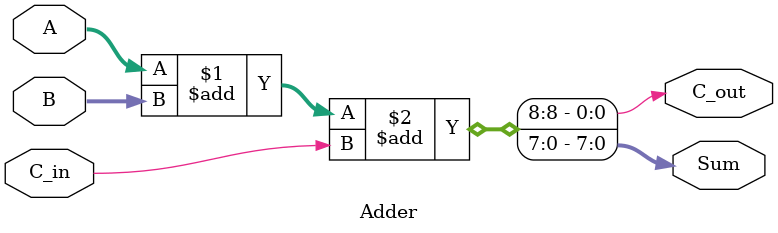
<source format=v>
module Adder(Sum, C_out, A, B, C_in);
	output [7:0]Sum;
	output C_out;
	input [7:0]A, B;
	input C_in;
	
	assign {C_out, Sum} = A + B +C_in;
endmodule
</source>
